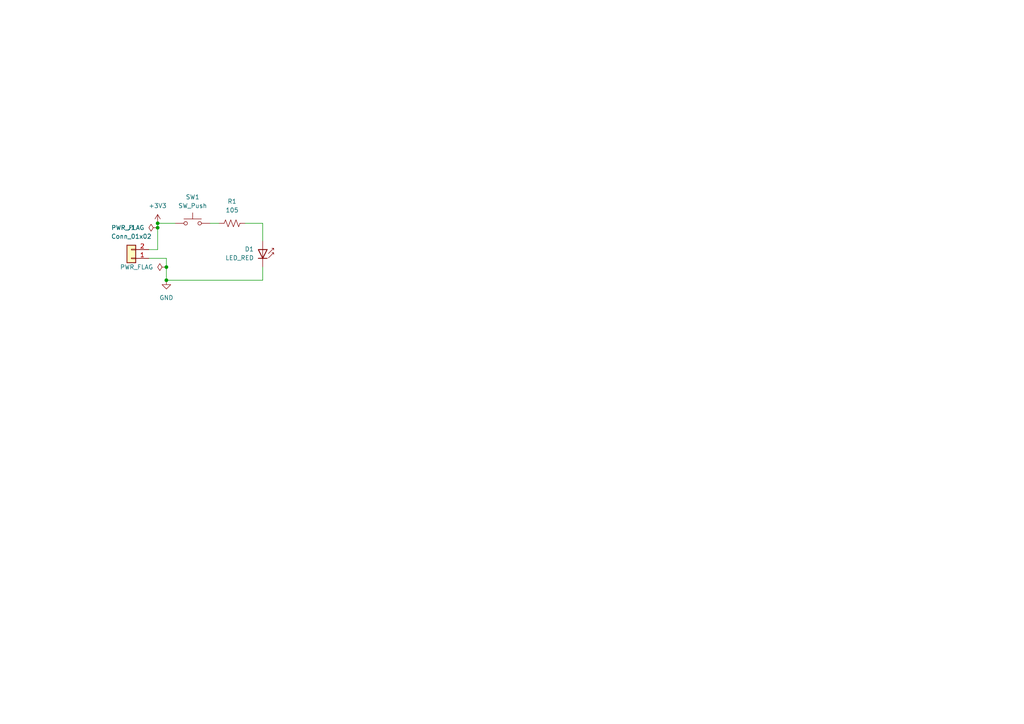
<source format=kicad_sch>
(kicad_sch (version 20231120) (generator "eeschema") (generator_version "8.0")
  (paper "A4")
  (title_block (title "LED Project") (date "2024-09-18") (rev "Version 1") (company "Illini Solar Car") (comment 1 "Designed by Michael Torres"))
  (lib_symbols
    (symbol "Connector_Generic:Conn_01x02" (pin_names (offset 1.016) hide)
      (property "Reference" "J" (at 0 2.54 0))
      (property "Value" "Conn_01x02" (at 0 -5.08 0))
      (symbol "Conn_01x02_1_1"
        (rectangle (start -1.27 -2.413) (end 0 -2.667) (stroke (width 0.1524)))
        (rectangle (start -1.27 0.127) (end 0 -0.127) (stroke (width 0.1524)))
        (rectangle (start -1.27 1.27) (end 1.27 -3.81) (stroke (width 0.254)) (fill (type background)))
        (pin passive line (at -5.08 0 0) (length 3.81) (name "Pin_1") (number "1"))
        (pin passive line (at -5.08 -2.54 0) (length 3.81) (name "Pin_2") (number "2"))
      )
    )
    (symbol "Device:R_US" (pin_numbers hide) (pin_names (offset 0))
      (property "Reference" "R" (at 2.54 0 90))
      (property "Value" "R_US" (at -2.54 0 90))
      (symbol "R_US_0_1"
        (polyline (pts (xy 0 -2.286) (xy 0 -2.54)))
        (polyline (pts (xy 0 2.286) (xy 0 2.54)))
        (polyline (pts (xy 0 -0.762) (xy 1.016 -1.143) (xy 0 -1.524) (xy -1.016 -1.905) (xy 0 -2.286)))
        (polyline (pts (xy 0 0.762) (xy 1.016 0.381) (xy 0 0) (xy -1.016 -0.381) (xy 0 -0.762)))
        (polyline (pts (xy 0 2.286) (xy 1.016 1.905) (xy 0 1.524) (xy -1.016 1.143) (xy 0 0.762)))
      )
      (symbol "R_US_1_1"
        (pin passive line (at 0 3.81 270) (length 1.27) (name "~") (number "1"))
        (pin passive line (at 0 -3.81 90) (length 1.27) (name "~") (number "2"))
      )
    )
    (symbol "LED:SFH460" (pin_numbers hide) (pin_names (offset 1.016) hide)
      (property "Reference" "D" (at 0.508 1.778 0))
      (property "Value" "SFH460" (at -1.016 -2.794 0))
      (symbol "SFH460_0_1"
        (polyline (pts (xy -2.54 1.27) (xy -2.54 -1.27)) (stroke (width 0.254)))
        (polyline (pts (xy 0 0) (xy -2.54 0)))
        (polyline (pts (xy 0.381 3.175) (xy -0.127 3.175)))
        (polyline (pts (xy -1.143 1.651) (xy 0.381 3.175) (xy 0.381 2.667)))
        (polyline (pts (xy 0 1.27) (xy 0 -1.27) (xy -2.54 0) (xy 0 1.27)) (stroke (width 0.254)))
        (polyline (pts (xy -2.413 1.651) (xy -0.889 3.175) (xy -0.889 2.667) (xy -0.889 3.175) (xy -1.397 3.175)))
      )
      (symbol "SFH460_1_1"
        (pin passive line (at -5.08 0 0) (length 2.54) (name "K") (number "1"))
        (pin passive line (at 2.54 0 180) (length 2.54) (name "A") (number "2"))
      )
    )
    (symbol "Switch:SW_Push" (pin_numbers hide) (pin_names (offset 1.016) hide)
      (property "Reference" "SW" (at 1.27 2.54 0))
      (property "Value" "SW_Push" (at 0 -1.524 0))
      (symbol "SW_Push_0_1"
        (circle (center -2.032 0) (radius 0.508))
        (polyline (pts (xy 0 1.27) (xy 0 3.048)))
        (polyline (pts (xy 2.54 1.27) (xy -2.54 1.27)))
        (circle (center 2.032 0) (radius 0.508))
        (pin passive line (at -5.08 0 0) (length 2.54) (name "1") (number "1"))
        (pin passive line (at 5.08 0 180) (length 2.54) (name "2") (number "2"))
      )
    )
    (symbol "power:+3V3" (power) (pin_names (offset 0))
      (property "Value" "+3V3" (at 0 3.556 0))
      (symbol "+3V3_0_1"
        (polyline (pts (xy -0.762 1.27) (xy 0 2.54)))
        (polyline (pts (xy 0 0) (xy 0 2.54)))
        (polyline (pts (xy 0 2.54) (xy 0.762 1.27)))
      )
      (symbol "+3V3_1_1"
        (pin power_in line (at 0 0 90) (length 0) hide (name "+3V3") (number "1"))
      )
    )
    (symbol "power:GND" (power) (pin_names (offset 0))
      (property "Value" "GND" (at 0 -3.81 0))
      (symbol "GND_0_1"
        (polyline (pts (xy 0 0) (xy 0 -1.27) (xy 1.27 -1.27) (xy 0 -2.54) (xy -1.27 -1.27) (xy 0 -1.27)))
      )
      (symbol "GND_1_1"
        (pin power_in line (at 0 0 270) (length 0) hide (name "GND") (number "1"))
      )
    )
    (symbol "power:PWR_FLAG" (power) (pin_numbers hide) (pin_names (offset 0) hide)
      (property "Value" "PWR_FLAG" (at 0 3.81 0))
      (symbol "PWR_FLAG_0_0"
        (pin power_out line (at 0 0 90) (length 0) (name "pwr") (number "1"))
      )
      (symbol "PWR_FLAG_0_1"
        (polyline (pts (xy 0 0) (xy 0 1.27) (xy -1.016 1.905) (xy 0 2.54) (xy 1.016 1.905) (xy 0 1.27)))
      )
    )
  )
  (junction (at 45.72 66.04))
  (junction (at 48.26 81.28))
  (junction (at 45.72 64.77))
  (junction (at 48.26 77.47))
  (wire (pts (xy 76.2 64.77) (xy 76.2 69.85)))
  (wire (pts (xy 60.96 64.77) (xy 63.5 64.77)))
  (wire (pts (xy 48.26 74.93) (xy 48.26 77.47)))
  (wire (pts (xy 48.26 81.28) (xy 76.2 81.28)))
  (wire (pts (xy 71.12 64.77) (xy 76.2 64.77)))
  (wire (pts (xy 45.72 66.04) (xy 45.72 72.39)))
  (wire (pts (xy 43.18 72.39) (xy 45.72 72.39)))
  (wire (pts (xy 45.72 64.77) (xy 50.8 64.77)))
  (wire (pts (xy 43.18 74.93) (xy 48.26 74.93)))
  (wire (pts (xy 48.26 77.47) (xy 48.26 81.28)))
  (wire (pts (xy 76.2 77.47) (xy 76.2 81.28)))
  (wire (pts (xy 45.72 64.77) (xy 45.72 66.04)))
  (symbol (lib_id "power:GND") (at 48.26 81.28 0) (unit 1)
    (property "Reference" "#PWR02" (effects (hide yes)))
    (property "Value" "GND" (at 48.26 86.36 0))
    (property "Description" "Power symbol creates a global label with name \"GND\" , ground" (effects (hide yes)))
  )
  (symbol (lib_id "power:+3V3") (at 45.72 64.77 0) (unit 1)
    (property "Reference" "#PWR01" (effects (hide yes)))
    (property "Value" "+3V3" (at 45.72 59.69 0))
    (property "Description" "Power symbol creates a global label with name \"+3V3\"" (effects (hide yes)))
  )
  (symbol (lib_id "Device:R_US") (at 67.31 64.77 90) (unit 1)
    (property "Reference" "R1" (at 67.31 58.42 90))
    (property "Value" "105" (at 67.31 60.96 90))
    (property "Footprint" "Resistor_SMD:R_0603_1608Metric_Pad0.98x0.95mm_HandSolder" (effects (hide yes)))
    (property "Description" "Resistor, US symbol" (effects (hide yes)))
  )
  (symbol (lib_id "power:PWR_FLAG") (at 48.26 77.47 90) (unit 1)
    (property "Reference" "#FLG01" (effects (hide yes)))
    (property "Value" "PWR_FLAG" (at 44.45 77.4699 90) (effects (justify left)))
    (property "Description" "Special symbol for telling ERC where power comes from" (effects (hide yes)))
  )
  (symbol (lib_id "power:PWR_FLAG") (at 45.72 66.04 90) (unit 1)
    (property "Reference" "#FLG02" (effects (hide yes)))
    (property "Value" "PWR_FLAG" (at 41.91 66.0399 90) (effects (justify left)))
    (property "Description" "Special symbol for telling ERC where power comes from" (effects (hide yes)))
  )
  (symbol (lib_id "Connector_Generic:Conn_01x02") (at 38.1 74.93 180) (unit 1)
    (property "Reference" "J1" (at 38.1 66.04 0))
    (property "Value" "Conn_01x02" (at 38.1 68.58 0))
    (property "Footprint" "Connector_Molex:Molex_KK-254_AE-6410-02A_1x02_P2.54mm_Vertical" (effects (hide yes)))
    (property "Datasheet" "https://www.molex.com/content/dam/molex/molex-dot-com/products/automated/en-us/salesdrawingpdf/641/6410/022272021_sd.pdf?inline" (effects (hide yes)))
    (property "Description" "Generic connector, single row, 01x02, script generated (kicad-library-utils/schlib/autogen/connector/)" (effects (hide yes)))
    (property "MPN" "022272021" (effects (hide yes)))
  )
  (symbol (lib_id "LED:SFH460") (at 76.2 72.39 270) (mirror x) (unit 1)
    (property "Reference" "D1" (at 73.66 72.2629 90) (effects (justify right)))
    (property "Value" "LED_RED" (at 73.66 74.8029 90) (effects (justify right)))
    (property "Footprint" "layout:LED_0603_Symbol_on_F.SilkS" (effects (hide yes)))
    (property "Datasheet" "http://www.osram-os.com/Graphics/XPic6/00029609_0.pdf/SFh%20460.pdf" (effects (hide yes)))
    (property "Description" "GaAlAs Infrared LED, TO-18 package" (effects (hide yes)))
  )
  (symbol (lib_id "Switch:SW_Push") (at 55.88 64.77 0) (unit 1)
    (property "Reference" "SW1" (at 55.88 57.15 0))
    (property "Value" "SW_Push" (at 55.88 59.69 0))
    (property "Footprint" "Button_Switch_SMD:SW_DIP_SPSTx01_Slide_6.7x4.1mm_W8.61mm_P2.54mm_LowProfile" (effects (hide yes)))
    (property "Datasheet" "https://www.digikey.com/en/products/detail/te-connectivity-alcoswitch-switches/1825910-6/1632536?utm_adgroup=Supplier_TE&utm_source=google&utm_medium=cpc&utm_campaign=EN_Product_SKU_MBR&utm_term=%2B1825910-6&utm_content=Supplier_TE&gclid=Cj0KCQjwp4j6BRCRARIsAGq4yMGhBEsv1v5KcRzgW34aOMlPkoRB4A-7BCN08FfGaiq_Dk_nlKJ0QU8aAhZPEALw_wcB" (effects (hide yes)))
    (property "Description" "Push button switch, generic, two pins" (effects (hide yes)))
    (property "MPN" "1825910-6 " (effects (hide yes)))
  )
)
</source>
